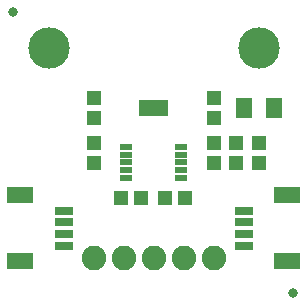
<source format=gts>
G75*
%MOIN*%
%OFA0B0*%
%FSLAX25Y25*%
%IPPOS*%
%LPD*%
%AMOC8*
5,1,8,0,0,1.08239X$1,22.5*
%
%ADD10C,0.13800*%
%ADD11C,0.03300*%
%ADD12R,0.04737X0.05131*%
%ADD13R,0.03300X0.05800*%
%ADD14R,0.08674X0.05524*%
%ADD15R,0.06115X0.03162*%
%ADD16C,0.08200*%
%ADD17R,0.05131X0.04737*%
%ADD18R,0.04343X0.02296*%
%ADD19R,0.05800X0.03300*%
D10*
X0178333Y0160000D03*
X0248333Y0160000D03*
D11*
X0166333Y0172000D03*
X0259833Y0078500D03*
D12*
X0248333Y0121654D03*
X0240833Y0121654D03*
X0233333Y0121654D03*
X0233333Y0128346D03*
X0240833Y0128346D03*
X0248333Y0128346D03*
X0233333Y0136654D03*
X0233333Y0143346D03*
X0193333Y0143346D03*
X0193333Y0136654D03*
X0193333Y0128346D03*
X0193333Y0121654D03*
D13*
X0210133Y0140000D03*
X0213333Y0140000D03*
X0216533Y0140000D03*
D14*
X0168865Y0088976D03*
X0168865Y0111024D03*
X0257802Y0111024D03*
X0257802Y0088976D03*
D15*
X0243333Y0094094D03*
X0243333Y0098031D03*
X0243333Y0101969D03*
X0243333Y0105906D03*
X0183333Y0105906D03*
X0183333Y0101969D03*
X0183333Y0098031D03*
X0183333Y0094094D03*
D16*
X0193333Y0090000D03*
X0203333Y0090000D03*
X0213333Y0090000D03*
X0223333Y0090000D03*
X0233333Y0090000D03*
D17*
X0223680Y0110000D03*
X0216987Y0110000D03*
X0209180Y0110000D03*
X0202487Y0110000D03*
D18*
X0204180Y0116882D03*
X0204180Y0119441D03*
X0204180Y0122000D03*
X0204180Y0124559D03*
X0204180Y0127118D03*
X0222487Y0127118D03*
X0222487Y0124559D03*
X0222487Y0122000D03*
X0222487Y0119441D03*
X0222487Y0116882D03*
D19*
X0243333Y0138400D03*
X0243333Y0141600D03*
X0253333Y0141600D03*
X0253333Y0138400D03*
M02*

</source>
